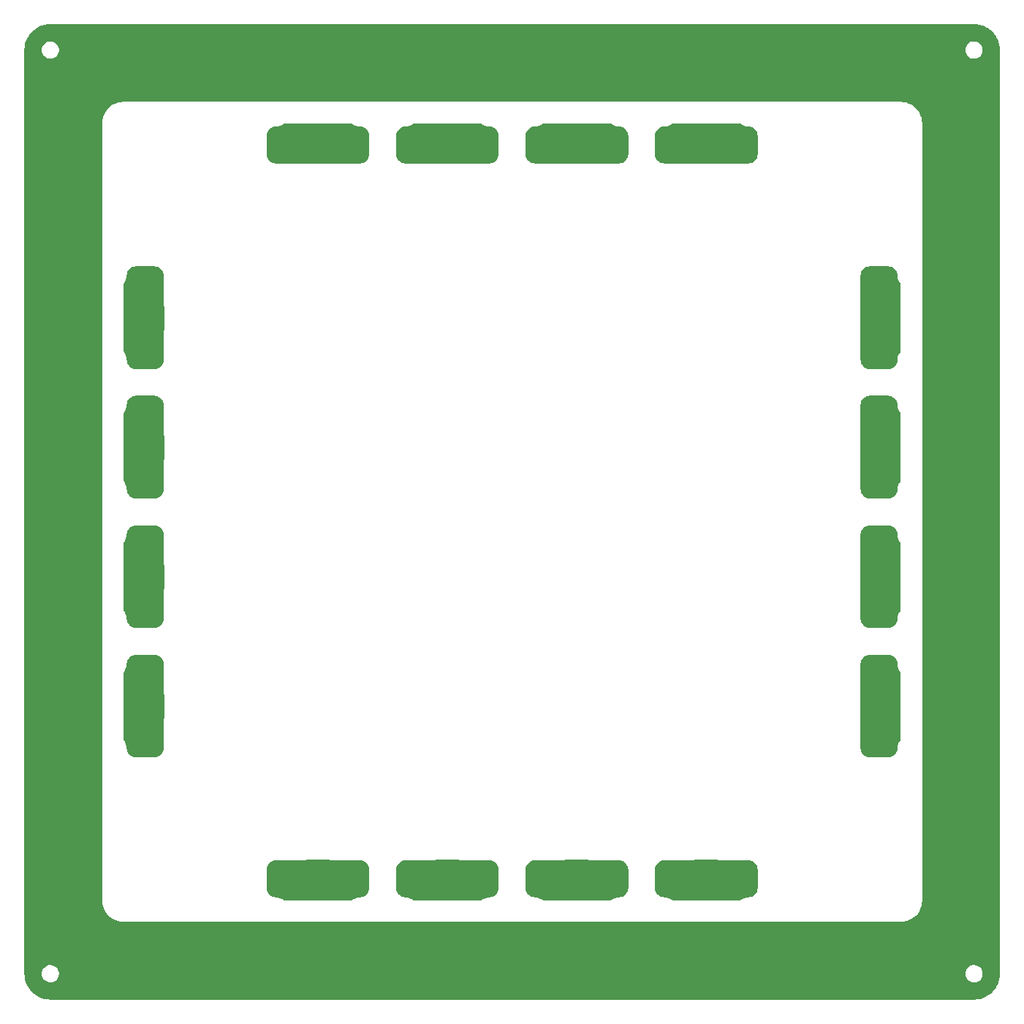
<source format=gbr>
G04 #@! TF.GenerationSoftware,KiCad,Pcbnew,7.0.7-7.0.7~ubuntu22.04.1*
G04 #@! TF.CreationDate,2023-08-15T12:14:28+01:00*
G04 #@! TF.ProjectId,LIS3DH_array,4c495333-4448-45f6-9172-7261792e6b69,rev?*
G04 #@! TF.SameCoordinates,Original*
G04 #@! TF.FileFunction,Other,ECO1*
%FSLAX46Y46*%
G04 Gerber Fmt 4.6, Leading zero omitted, Abs format (unit mm)*
G04 Created by KiCad (PCBNEW 7.0.7-7.0.7~ubuntu22.04.1) date 2023-08-15 12:14:28*
%MOMM*%
%LPD*%
G01*
G04 APERTURE LIST*
G04 APERTURE END LIST*
G36*
X148939598Y-57519685D02*
G01*
X148956541Y-57532770D01*
X148974747Y-57549529D01*
X149171774Y-57678253D01*
X149387302Y-57772792D01*
X149615451Y-57830567D01*
X149615459Y-57830569D01*
X149849999Y-57850003D01*
X150052442Y-57869941D01*
X150076283Y-57874683D01*
X150259265Y-57930190D01*
X150281723Y-57939493D01*
X150450353Y-58029627D01*
X150470565Y-58043132D01*
X150618373Y-58164436D01*
X150635561Y-58181624D01*
X150756864Y-58329431D01*
X150770369Y-58349642D01*
X150860506Y-58518275D01*
X150869809Y-58540734D01*
X150925315Y-58723713D01*
X150930057Y-58747551D01*
X150949702Y-58946969D01*
X150950001Y-58953051D01*
X150949997Y-61046951D01*
X150949698Y-61053032D01*
X150930058Y-61252442D01*
X150925316Y-61276283D01*
X150869809Y-61459265D01*
X150860506Y-61481723D01*
X150770372Y-61650353D01*
X150756867Y-61670565D01*
X150635563Y-61818373D01*
X150618375Y-61835561D01*
X150470568Y-61956864D01*
X150450357Y-61970369D01*
X150281724Y-62060506D01*
X150259265Y-62069809D01*
X150076286Y-62125315D01*
X150052446Y-62130057D01*
X149853034Y-62149698D01*
X149846953Y-62149997D01*
X146649997Y-62150002D01*
X146435393Y-62171137D01*
X146357851Y-62194660D01*
X146321855Y-62200000D01*
X143678177Y-62200000D01*
X143642182Y-62194661D01*
X143564605Y-62171128D01*
X143350005Y-62149991D01*
X140153048Y-62149996D01*
X140146968Y-62149697D01*
X139947557Y-62130058D01*
X139923716Y-62125316D01*
X139740734Y-62069809D01*
X139718276Y-62060506D01*
X139549646Y-61970372D01*
X139529434Y-61956867D01*
X139381626Y-61835563D01*
X139364438Y-61818375D01*
X139243135Y-61670568D01*
X139229630Y-61650357D01*
X139139493Y-61481724D01*
X139130190Y-61459265D01*
X139074684Y-61276286D01*
X139069942Y-61252448D01*
X139050297Y-61053030D01*
X139049998Y-61046948D01*
X139050002Y-58953048D01*
X139050301Y-58946967D01*
X139069941Y-58747557D01*
X139074683Y-58723716D01*
X139130190Y-58540734D01*
X139139493Y-58518276D01*
X139229627Y-58349648D01*
X139243131Y-58329437D01*
X139364435Y-58181626D01*
X139381624Y-58164437D01*
X139529432Y-58043134D01*
X139549643Y-58029629D01*
X139718272Y-57939494D01*
X139740731Y-57930191D01*
X139923712Y-57874684D01*
X139947553Y-57869942D01*
X140149996Y-57850003D01*
X140384540Y-57830562D01*
X140384541Y-57830562D01*
X140612692Y-57772787D01*
X140828217Y-57678250D01*
X141025249Y-57549523D01*
X141043447Y-57532771D01*
X141106101Y-57501848D01*
X141127431Y-57500000D01*
X148872559Y-57500000D01*
X148939598Y-57519685D01*
G37*
G36*
X133939598Y-57519685D02*
G01*
X133956541Y-57532770D01*
X133974747Y-57549529D01*
X134171774Y-57678253D01*
X134387302Y-57772792D01*
X134615451Y-57830567D01*
X134615459Y-57830569D01*
X134849999Y-57850003D01*
X135052442Y-57869941D01*
X135076283Y-57874683D01*
X135259265Y-57930190D01*
X135281723Y-57939493D01*
X135450353Y-58029627D01*
X135470565Y-58043132D01*
X135618373Y-58164436D01*
X135635561Y-58181624D01*
X135756864Y-58329431D01*
X135770369Y-58349642D01*
X135860506Y-58518275D01*
X135869809Y-58540734D01*
X135925315Y-58723713D01*
X135930057Y-58747553D01*
X135949698Y-58946965D01*
X135949997Y-58953046D01*
X135949997Y-61046951D01*
X135949698Y-61053032D01*
X135930058Y-61252442D01*
X135925316Y-61276283D01*
X135869809Y-61459265D01*
X135860506Y-61481723D01*
X135770372Y-61650353D01*
X135756867Y-61670565D01*
X135635563Y-61818373D01*
X135618375Y-61835561D01*
X135470568Y-61956864D01*
X135450357Y-61970369D01*
X135281724Y-62060506D01*
X135259265Y-62069809D01*
X135076286Y-62125315D01*
X135052446Y-62130057D01*
X134853034Y-62149698D01*
X134846953Y-62149997D01*
X131649997Y-62150002D01*
X131435393Y-62171137D01*
X131357851Y-62194660D01*
X131321855Y-62200000D01*
X128678177Y-62200000D01*
X128642182Y-62194661D01*
X128564605Y-62171128D01*
X128350005Y-62149991D01*
X125153048Y-62149996D01*
X125146968Y-62149697D01*
X124947557Y-62130058D01*
X124923716Y-62125316D01*
X124740734Y-62069809D01*
X124718276Y-62060506D01*
X124549646Y-61970372D01*
X124529434Y-61956867D01*
X124381626Y-61835563D01*
X124364438Y-61818375D01*
X124243135Y-61670568D01*
X124229630Y-61650357D01*
X124139493Y-61481724D01*
X124130190Y-61459265D01*
X124074684Y-61276286D01*
X124069942Y-61252446D01*
X124050301Y-61053031D01*
X124050002Y-61046950D01*
X124050002Y-58953048D01*
X124050301Y-58946967D01*
X124069941Y-58747557D01*
X124074683Y-58723716D01*
X124130190Y-58540734D01*
X124139493Y-58518276D01*
X124229627Y-58349648D01*
X124243131Y-58329437D01*
X124364435Y-58181626D01*
X124381624Y-58164437D01*
X124529432Y-58043134D01*
X124549643Y-58029629D01*
X124718272Y-57939494D01*
X124740731Y-57930191D01*
X124923712Y-57874684D01*
X124947553Y-57869942D01*
X125149996Y-57850003D01*
X125384540Y-57830562D01*
X125384541Y-57830562D01*
X125612692Y-57772787D01*
X125828217Y-57678250D01*
X126025249Y-57549523D01*
X126043447Y-57532771D01*
X126106101Y-57501848D01*
X126127431Y-57500000D01*
X133872559Y-57500000D01*
X133939598Y-57519685D01*
G37*
G36*
X118939598Y-57519685D02*
G01*
X118956541Y-57532770D01*
X118974747Y-57549529D01*
X119171774Y-57678253D01*
X119387302Y-57772792D01*
X119615451Y-57830567D01*
X119615459Y-57830569D01*
X119849999Y-57850003D01*
X120052442Y-57869941D01*
X120076283Y-57874683D01*
X120259265Y-57930190D01*
X120281723Y-57939493D01*
X120450353Y-58029627D01*
X120470565Y-58043132D01*
X120618373Y-58164436D01*
X120635561Y-58181624D01*
X120756864Y-58329431D01*
X120770369Y-58349642D01*
X120860506Y-58518275D01*
X120869809Y-58540734D01*
X120925315Y-58723713D01*
X120930057Y-58747553D01*
X120949698Y-58946965D01*
X120949997Y-58953046D01*
X120949996Y-61046951D01*
X120949697Y-61053031D01*
X120930058Y-61252442D01*
X120925316Y-61276283D01*
X120869809Y-61459265D01*
X120860506Y-61481723D01*
X120770372Y-61650353D01*
X120756867Y-61670565D01*
X120635563Y-61818373D01*
X120618375Y-61835561D01*
X120470568Y-61956864D01*
X120450357Y-61970369D01*
X120281724Y-62060506D01*
X120259265Y-62069809D01*
X120076286Y-62125315D01*
X120052446Y-62130057D01*
X119853034Y-62149698D01*
X119846953Y-62149997D01*
X116649997Y-62150002D01*
X116435393Y-62171137D01*
X116357851Y-62194660D01*
X116321855Y-62200000D01*
X113678177Y-62200000D01*
X113642182Y-62194661D01*
X113564605Y-62171128D01*
X113350005Y-62149991D01*
X110153048Y-62149996D01*
X110146968Y-62149697D01*
X109947557Y-62130058D01*
X109923716Y-62125316D01*
X109740734Y-62069809D01*
X109718276Y-62060506D01*
X109549646Y-61970372D01*
X109529434Y-61956867D01*
X109381626Y-61835563D01*
X109364438Y-61818375D01*
X109243135Y-61670568D01*
X109229630Y-61650357D01*
X109139493Y-61481724D01*
X109130190Y-61459265D01*
X109074684Y-61276286D01*
X109069942Y-61252446D01*
X109050300Y-61053031D01*
X109050001Y-61046949D01*
X109050002Y-58953048D01*
X109050301Y-58946967D01*
X109069941Y-58747557D01*
X109074683Y-58723716D01*
X109130190Y-58540734D01*
X109139493Y-58518276D01*
X109229627Y-58349648D01*
X109243131Y-58329437D01*
X109364435Y-58181626D01*
X109381624Y-58164437D01*
X109529432Y-58043134D01*
X109549643Y-58029629D01*
X109718272Y-57939494D01*
X109740731Y-57930191D01*
X109923712Y-57874684D01*
X109947553Y-57869942D01*
X110149996Y-57850003D01*
X110384540Y-57830562D01*
X110384541Y-57830562D01*
X110612692Y-57772787D01*
X110828217Y-57678250D01*
X111025249Y-57549523D01*
X111043447Y-57532771D01*
X111106101Y-57501848D01*
X111127431Y-57500000D01*
X118872559Y-57500000D01*
X118939598Y-57519685D01*
G37*
G36*
X103939598Y-57519685D02*
G01*
X103956541Y-57532770D01*
X103974747Y-57549529D01*
X104171774Y-57678253D01*
X104387302Y-57772792D01*
X104615451Y-57830567D01*
X104615459Y-57830569D01*
X104849999Y-57850003D01*
X105052442Y-57869941D01*
X105076283Y-57874683D01*
X105259265Y-57930190D01*
X105281723Y-57939493D01*
X105450353Y-58029627D01*
X105470565Y-58043132D01*
X105618373Y-58164436D01*
X105635561Y-58181624D01*
X105756864Y-58329431D01*
X105770369Y-58349642D01*
X105860506Y-58518275D01*
X105869809Y-58540734D01*
X105925315Y-58723713D01*
X105930057Y-58747551D01*
X105949702Y-58946969D01*
X105950001Y-58953051D01*
X105949997Y-61046951D01*
X105949698Y-61053032D01*
X105930058Y-61252442D01*
X105925316Y-61276283D01*
X105869809Y-61459265D01*
X105860506Y-61481723D01*
X105770372Y-61650353D01*
X105756867Y-61670565D01*
X105635563Y-61818373D01*
X105618375Y-61835561D01*
X105470568Y-61956864D01*
X105450357Y-61970369D01*
X105281724Y-62060506D01*
X105259265Y-62069809D01*
X105076286Y-62125315D01*
X105052446Y-62130057D01*
X104853034Y-62149698D01*
X104846953Y-62149997D01*
X101649997Y-62150002D01*
X101435395Y-62171139D01*
X101435393Y-62171140D01*
X101357862Y-62194660D01*
X101321866Y-62200000D01*
X98678177Y-62200000D01*
X98642182Y-62194661D01*
X98564605Y-62171128D01*
X98350005Y-62149991D01*
X95153048Y-62149996D01*
X95146968Y-62149697D01*
X94947557Y-62130058D01*
X94923716Y-62125316D01*
X94740734Y-62069809D01*
X94718276Y-62060506D01*
X94549646Y-61970372D01*
X94529434Y-61956867D01*
X94381626Y-61835563D01*
X94364438Y-61818375D01*
X94243135Y-61670568D01*
X94229630Y-61650357D01*
X94139493Y-61481724D01*
X94130190Y-61459265D01*
X94074684Y-61276286D01*
X94069942Y-61252448D01*
X94050297Y-61053030D01*
X94049998Y-61046948D01*
X94050002Y-58953048D01*
X94050301Y-58946967D01*
X94069941Y-58747557D01*
X94074683Y-58723716D01*
X94130190Y-58540734D01*
X94139493Y-58518276D01*
X94229627Y-58349648D01*
X94243131Y-58329437D01*
X94364435Y-58181626D01*
X94381624Y-58164437D01*
X94529432Y-58043134D01*
X94549643Y-58029629D01*
X94718272Y-57939494D01*
X94740731Y-57930191D01*
X94923712Y-57874684D01*
X94947553Y-57869942D01*
X95149996Y-57850003D01*
X95384540Y-57830562D01*
X95384541Y-57830562D01*
X95612692Y-57772787D01*
X95828217Y-57678250D01*
X96025249Y-57549523D01*
X96043447Y-57532771D01*
X96106101Y-57501848D01*
X96127431Y-57500000D01*
X103872559Y-57500000D01*
X103939598Y-57519685D01*
G37*
G36*
X81046951Y-74050002D02*
G01*
X81053032Y-74050301D01*
X81252442Y-74069941D01*
X81276283Y-74074683D01*
X81459265Y-74130190D01*
X81481723Y-74139493D01*
X81650353Y-74229627D01*
X81670565Y-74243132D01*
X81818373Y-74364436D01*
X81835561Y-74381624D01*
X81956864Y-74529431D01*
X81970369Y-74549642D01*
X82060506Y-74718275D01*
X82069809Y-74740734D01*
X82125315Y-74923713D01*
X82130057Y-74947553D01*
X82149698Y-75146965D01*
X82149997Y-75153046D01*
X82150002Y-78350002D01*
X82171136Y-78564605D01*
X82194660Y-78642147D01*
X82200000Y-78678144D01*
X82200000Y-81321823D01*
X82194661Y-81357818D01*
X82171128Y-81435394D01*
X82149991Y-81649994D01*
X82149996Y-84846951D01*
X82149697Y-84853031D01*
X82130058Y-85052442D01*
X82125316Y-85076283D01*
X82069809Y-85259265D01*
X82060506Y-85281723D01*
X81970372Y-85450353D01*
X81956867Y-85470565D01*
X81835563Y-85618373D01*
X81818375Y-85635561D01*
X81670568Y-85756864D01*
X81650357Y-85770369D01*
X81481724Y-85860506D01*
X81459265Y-85869809D01*
X81276286Y-85925315D01*
X81252448Y-85930057D01*
X81053030Y-85949702D01*
X81046948Y-85950001D01*
X78953048Y-85949997D01*
X78946967Y-85949698D01*
X78747557Y-85930058D01*
X78723716Y-85925316D01*
X78540734Y-85869809D01*
X78518276Y-85860506D01*
X78349648Y-85770372D01*
X78329437Y-85756868D01*
X78181626Y-85635564D01*
X78164437Y-85618375D01*
X78043134Y-85470567D01*
X78029629Y-85450356D01*
X77939494Y-85281727D01*
X77930191Y-85259268D01*
X77874684Y-85076287D01*
X77869942Y-85052446D01*
X77850003Y-84850005D01*
X77830563Y-84615461D01*
X77830563Y-84615459D01*
X77772788Y-84387309D01*
X77678249Y-84171779D01*
X77549526Y-83974753D01*
X77532769Y-83956549D01*
X77501848Y-83893894D01*
X77500000Y-83872567D01*
X77500000Y-76127439D01*
X77519685Y-76060400D01*
X77532772Y-76043455D01*
X77549521Y-76025261D01*
X77549529Y-76025250D01*
X77678252Y-75828226D01*
X77772792Y-75612697D01*
X77830568Y-75384543D01*
X77850003Y-75150001D01*
X77869941Y-74947557D01*
X77874683Y-74923716D01*
X77930190Y-74740734D01*
X77939493Y-74718276D01*
X78029627Y-74549646D01*
X78043132Y-74529434D01*
X78164436Y-74381626D01*
X78181624Y-74364438D01*
X78329431Y-74243135D01*
X78349642Y-74229630D01*
X78518275Y-74139493D01*
X78540734Y-74130190D01*
X78723713Y-74074684D01*
X78747553Y-74069942D01*
X78946968Y-74050300D01*
X78953050Y-74050001D01*
X81046951Y-74050002D01*
G37*
G36*
X166053031Y-74050302D02*
G01*
X166252442Y-74069941D01*
X166276283Y-74074683D01*
X166459265Y-74130190D01*
X166481723Y-74139493D01*
X166650351Y-74229627D01*
X166670562Y-74243131D01*
X166818373Y-74364435D01*
X166835562Y-74381624D01*
X166956865Y-74529432D01*
X166970370Y-74549643D01*
X167060505Y-74718272D01*
X167069808Y-74740731D01*
X167125315Y-74923712D01*
X167130057Y-74947550D01*
X167150001Y-75149998D01*
X167169435Y-75384541D01*
X167227211Y-75612695D01*
X167321751Y-75828224D01*
X167450474Y-76025248D01*
X167450477Y-76025252D01*
X167467227Y-76043446D01*
X167498151Y-76106100D01*
X167500000Y-76127432D01*
X167500000Y-83872566D01*
X167480315Y-83939605D01*
X167467231Y-83956548D01*
X167450476Y-83974748D01*
X167321749Y-84171780D01*
X167227211Y-84387304D01*
X167169435Y-84615456D01*
X167169435Y-84615457D01*
X167149997Y-84850000D01*
X167130058Y-85052442D01*
X167125316Y-85076283D01*
X167069809Y-85259265D01*
X167060506Y-85281723D01*
X166970372Y-85450353D01*
X166956867Y-85470565D01*
X166835563Y-85618373D01*
X166818375Y-85635561D01*
X166670568Y-85756864D01*
X166650357Y-85770369D01*
X166481724Y-85860506D01*
X166459265Y-85869809D01*
X166276281Y-85925316D01*
X166252446Y-85930057D01*
X166053036Y-85949707D01*
X166046952Y-85950006D01*
X163953048Y-85949997D01*
X163946967Y-85949698D01*
X163747557Y-85930058D01*
X163723716Y-85925316D01*
X163540734Y-85869809D01*
X163518276Y-85860506D01*
X163349646Y-85770372D01*
X163329434Y-85756867D01*
X163181626Y-85635563D01*
X163164438Y-85618375D01*
X163043135Y-85470568D01*
X163029630Y-85450357D01*
X162939493Y-85281724D01*
X162930190Y-85259265D01*
X162874684Y-85076286D01*
X162869942Y-85052446D01*
X162850301Y-84853034D01*
X162850002Y-84846953D01*
X162849997Y-81649997D01*
X162828862Y-81435393D01*
X162805340Y-81357851D01*
X162800000Y-81321855D01*
X162800000Y-78678176D01*
X162805339Y-78642181D01*
X162828871Y-78564605D01*
X162850008Y-78350005D01*
X162850003Y-75153048D01*
X162850302Y-75146968D01*
X162869941Y-74947557D01*
X162874683Y-74923716D01*
X162930190Y-74740734D01*
X162939493Y-74718276D01*
X163029627Y-74549646D01*
X163043132Y-74529434D01*
X163164436Y-74381626D01*
X163181624Y-74364438D01*
X163329431Y-74243135D01*
X163349642Y-74229630D01*
X163518275Y-74139493D01*
X163540734Y-74130190D01*
X163723713Y-74074684D01*
X163747554Y-74069942D01*
X163946966Y-74050302D01*
X163953047Y-74050003D01*
X166046951Y-74050003D01*
X166053031Y-74050302D01*
G37*
G36*
X81053032Y-89050301D02*
G01*
X81252442Y-89069941D01*
X81276283Y-89074683D01*
X81459265Y-89130190D01*
X81481723Y-89139493D01*
X81650353Y-89229627D01*
X81670565Y-89243132D01*
X81818373Y-89364436D01*
X81835561Y-89381624D01*
X81956864Y-89529431D01*
X81970369Y-89549642D01*
X82060506Y-89718275D01*
X82069809Y-89740734D01*
X82125315Y-89923713D01*
X82130057Y-89947553D01*
X82149698Y-90146965D01*
X82149997Y-90153046D01*
X82150002Y-93350002D01*
X82171136Y-93564605D01*
X82194660Y-93642147D01*
X82200000Y-93678144D01*
X82200000Y-96321823D01*
X82194661Y-96357818D01*
X82171128Y-96435394D01*
X82149991Y-96649994D01*
X82149996Y-99846951D01*
X82149697Y-99853031D01*
X82130058Y-100052442D01*
X82125316Y-100076283D01*
X82069809Y-100259265D01*
X82060506Y-100281723D01*
X81970372Y-100450353D01*
X81956867Y-100470565D01*
X81835563Y-100618373D01*
X81818375Y-100635561D01*
X81670568Y-100756864D01*
X81650357Y-100770369D01*
X81481724Y-100860506D01*
X81459265Y-100869809D01*
X81276286Y-100925315D01*
X81252446Y-100930057D01*
X81053034Y-100949698D01*
X81046953Y-100949997D01*
X78953049Y-100949997D01*
X78946968Y-100949698D01*
X78747557Y-100930058D01*
X78723716Y-100925316D01*
X78540734Y-100869809D01*
X78518276Y-100860506D01*
X78349648Y-100770372D01*
X78329437Y-100756868D01*
X78181626Y-100635564D01*
X78164437Y-100618375D01*
X78043134Y-100470567D01*
X78029629Y-100450356D01*
X77939494Y-100281727D01*
X77930191Y-100259268D01*
X77874684Y-100076287D01*
X77869942Y-100052446D01*
X77850003Y-99850004D01*
X77830568Y-99615460D01*
X77772792Y-99387306D01*
X77678254Y-99171782D01*
X77549527Y-98974751D01*
X77532768Y-98956544D01*
X77501847Y-98893889D01*
X77500000Y-98872564D01*
X77500000Y-91127439D01*
X77519685Y-91060400D01*
X77532772Y-91043455D01*
X77549521Y-91025261D01*
X77549529Y-91025250D01*
X77678252Y-90828226D01*
X77772792Y-90612697D01*
X77830568Y-90384543D01*
X77850003Y-90150001D01*
X77869941Y-89947557D01*
X77874683Y-89923716D01*
X77930190Y-89740734D01*
X77939493Y-89718276D01*
X78029627Y-89549646D01*
X78043132Y-89529434D01*
X78164436Y-89381626D01*
X78181624Y-89364438D01*
X78329431Y-89243135D01*
X78349642Y-89229630D01*
X78518275Y-89139493D01*
X78540734Y-89130190D01*
X78723713Y-89074684D01*
X78747553Y-89069942D01*
X78946968Y-89050301D01*
X78953049Y-89050002D01*
X81046951Y-89050002D01*
X81053032Y-89050301D01*
G37*
G36*
X166053031Y-89050302D02*
G01*
X166252442Y-89069941D01*
X166276283Y-89074683D01*
X166459265Y-89130190D01*
X166481723Y-89139493D01*
X166650351Y-89229627D01*
X166670562Y-89243131D01*
X166818373Y-89364435D01*
X166835562Y-89381624D01*
X166956865Y-89529432D01*
X166970370Y-89549643D01*
X167060505Y-89718272D01*
X167069808Y-89740731D01*
X167125315Y-89923712D01*
X167130057Y-89947550D01*
X167150001Y-90149998D01*
X167169435Y-90384541D01*
X167227211Y-90612695D01*
X167321751Y-90828224D01*
X167450474Y-91025248D01*
X167450477Y-91025252D01*
X167467227Y-91043446D01*
X167498151Y-91106100D01*
X167500000Y-91127432D01*
X167500000Y-98872564D01*
X167480315Y-98939603D01*
X167467230Y-98956546D01*
X167450475Y-98974746D01*
X167450473Y-98974748D01*
X167321749Y-99171777D01*
X167227210Y-99387307D01*
X167169435Y-99615457D01*
X167169435Y-99615459D01*
X167149997Y-99850000D01*
X167130058Y-100052442D01*
X167125316Y-100076283D01*
X167069809Y-100259265D01*
X167060506Y-100281723D01*
X166970372Y-100450353D01*
X166956867Y-100470565D01*
X166835563Y-100618373D01*
X166818375Y-100635561D01*
X166670568Y-100756864D01*
X166650357Y-100770369D01*
X166481724Y-100860506D01*
X166459265Y-100869809D01*
X166276281Y-100925316D01*
X166252446Y-100930057D01*
X166053036Y-100949707D01*
X166046952Y-100950006D01*
X163953048Y-100949997D01*
X163946967Y-100949698D01*
X163747557Y-100930058D01*
X163723716Y-100925316D01*
X163540734Y-100869809D01*
X163518276Y-100860506D01*
X163349646Y-100770372D01*
X163329434Y-100756867D01*
X163181626Y-100635563D01*
X163164438Y-100618375D01*
X163043135Y-100470568D01*
X163029630Y-100450357D01*
X162939493Y-100281724D01*
X162930190Y-100259265D01*
X162874684Y-100076286D01*
X162869942Y-100052446D01*
X162850301Y-99853034D01*
X162850002Y-99846953D01*
X162849997Y-96649997D01*
X162828862Y-96435393D01*
X162805340Y-96357851D01*
X162800000Y-96321855D01*
X162800000Y-93678176D01*
X162805339Y-93642181D01*
X162828871Y-93564605D01*
X162850008Y-93350005D01*
X162850003Y-90153048D01*
X162850302Y-90146968D01*
X162869941Y-89947557D01*
X162874683Y-89923716D01*
X162930190Y-89740734D01*
X162939493Y-89718276D01*
X163029627Y-89549646D01*
X163043132Y-89529434D01*
X163164436Y-89381626D01*
X163181624Y-89364438D01*
X163329431Y-89243135D01*
X163349642Y-89229630D01*
X163518275Y-89139493D01*
X163540734Y-89130190D01*
X163723713Y-89074684D01*
X163747554Y-89069942D01*
X163946966Y-89050302D01*
X163953047Y-89050003D01*
X166046951Y-89050003D01*
X166053031Y-89050302D01*
G37*
G36*
X166053031Y-104050302D02*
G01*
X166252442Y-104069941D01*
X166276283Y-104074683D01*
X166459265Y-104130190D01*
X166481723Y-104139493D01*
X166650351Y-104229627D01*
X166670562Y-104243131D01*
X166818373Y-104364435D01*
X166835562Y-104381624D01*
X166956865Y-104529432D01*
X166970370Y-104549643D01*
X167060505Y-104718272D01*
X167069808Y-104740731D01*
X167125315Y-104923712D01*
X167130057Y-104947550D01*
X167150001Y-105149998D01*
X167169435Y-105384541D01*
X167227211Y-105612695D01*
X167321751Y-105828224D01*
X167450474Y-106025248D01*
X167450477Y-106025252D01*
X167467227Y-106043446D01*
X167498151Y-106106100D01*
X167500000Y-106127432D01*
X167500000Y-113872566D01*
X167480315Y-113939605D01*
X167467231Y-113956548D01*
X167450476Y-113974748D01*
X167321749Y-114171780D01*
X167227211Y-114387304D01*
X167169435Y-114615456D01*
X167169435Y-114615457D01*
X167149997Y-114850000D01*
X167130058Y-115052442D01*
X167125316Y-115076283D01*
X167069809Y-115259265D01*
X167060506Y-115281723D01*
X166970372Y-115450353D01*
X166956867Y-115470565D01*
X166835563Y-115618373D01*
X166818375Y-115635561D01*
X166670568Y-115756864D01*
X166650357Y-115770369D01*
X166481724Y-115860506D01*
X166459265Y-115869809D01*
X166276286Y-115925315D01*
X166252446Y-115930057D01*
X166053031Y-115949698D01*
X166046950Y-115949997D01*
X163953048Y-115949997D01*
X163946967Y-115949698D01*
X163747557Y-115930058D01*
X163723716Y-115925316D01*
X163540734Y-115869809D01*
X163518276Y-115860506D01*
X163349646Y-115770372D01*
X163329434Y-115756867D01*
X163181626Y-115635563D01*
X163164438Y-115618375D01*
X163043135Y-115470568D01*
X163029630Y-115450357D01*
X162939493Y-115281724D01*
X162930190Y-115259265D01*
X162874684Y-115076286D01*
X162869942Y-115052446D01*
X162850301Y-114853034D01*
X162850002Y-114846953D01*
X162849997Y-111649997D01*
X162828862Y-111435393D01*
X162805340Y-111357851D01*
X162800000Y-111321855D01*
X162800000Y-108678176D01*
X162805339Y-108642181D01*
X162828871Y-108564605D01*
X162850008Y-108350005D01*
X162850003Y-105153048D01*
X162850302Y-105146968D01*
X162869941Y-104947557D01*
X162874683Y-104923716D01*
X162930190Y-104740734D01*
X162939493Y-104718276D01*
X163029627Y-104549646D01*
X163043132Y-104529434D01*
X163164436Y-104381626D01*
X163181624Y-104364438D01*
X163329431Y-104243135D01*
X163349642Y-104229630D01*
X163518275Y-104139493D01*
X163540734Y-104130190D01*
X163723713Y-104074684D01*
X163747554Y-104069942D01*
X163946966Y-104050302D01*
X163953047Y-104050003D01*
X166046951Y-104050003D01*
X166053031Y-104050302D01*
G37*
G36*
X81046951Y-104050002D02*
G01*
X81053032Y-104050301D01*
X81252442Y-104069941D01*
X81276283Y-104074683D01*
X81459265Y-104130190D01*
X81481723Y-104139493D01*
X81650353Y-104229627D01*
X81670565Y-104243132D01*
X81818373Y-104364436D01*
X81835561Y-104381624D01*
X81956864Y-104529431D01*
X81970369Y-104549642D01*
X82060506Y-104718275D01*
X82069809Y-104740734D01*
X82125315Y-104923713D01*
X82130057Y-104947553D01*
X82149698Y-105146965D01*
X82149997Y-105153046D01*
X82150002Y-108350002D01*
X82171136Y-108564605D01*
X82194660Y-108642147D01*
X82200000Y-108678144D01*
X82200000Y-111321823D01*
X82194661Y-111357818D01*
X82171128Y-111435394D01*
X82149991Y-111649994D01*
X82149996Y-114846951D01*
X82149697Y-114853031D01*
X82130058Y-115052442D01*
X82125316Y-115076283D01*
X82069809Y-115259265D01*
X82060506Y-115281723D01*
X81970372Y-115450353D01*
X81956867Y-115470565D01*
X81835563Y-115618373D01*
X81818375Y-115635561D01*
X81670568Y-115756864D01*
X81650357Y-115770369D01*
X81481724Y-115860506D01*
X81459265Y-115869809D01*
X81276286Y-115925315D01*
X81252446Y-115930057D01*
X81053034Y-115949698D01*
X81046953Y-115949997D01*
X78953049Y-115949997D01*
X78946968Y-115949698D01*
X78747557Y-115930058D01*
X78723716Y-115925316D01*
X78540734Y-115869809D01*
X78518276Y-115860506D01*
X78349648Y-115770372D01*
X78329437Y-115756868D01*
X78181626Y-115635564D01*
X78164437Y-115618375D01*
X78043134Y-115470567D01*
X78029629Y-115450356D01*
X77939494Y-115281727D01*
X77930191Y-115259268D01*
X77874684Y-115076287D01*
X77869942Y-115052446D01*
X77850003Y-114850004D01*
X77830568Y-114615460D01*
X77772792Y-114387306D01*
X77678254Y-114171782D01*
X77549527Y-113974751D01*
X77532768Y-113956544D01*
X77501847Y-113893889D01*
X77500000Y-113872564D01*
X77500000Y-106127440D01*
X77519685Y-106060401D01*
X77532772Y-106043456D01*
X77549521Y-106025262D01*
X77549529Y-106025251D01*
X77678252Y-105828227D01*
X77772792Y-105612697D01*
X77830568Y-105384543D01*
X77850003Y-105150001D01*
X77869941Y-104947557D01*
X77874683Y-104923716D01*
X77930190Y-104740734D01*
X77939493Y-104718276D01*
X78029627Y-104549646D01*
X78043132Y-104529434D01*
X78164436Y-104381626D01*
X78181624Y-104364438D01*
X78329431Y-104243135D01*
X78349642Y-104229630D01*
X78518275Y-104139493D01*
X78540734Y-104130190D01*
X78723718Y-104074683D01*
X78747553Y-104069942D01*
X78946963Y-104050292D01*
X78953047Y-104049993D01*
X81046951Y-104050002D01*
G37*
G36*
X166046951Y-119050002D02*
G01*
X166053032Y-119050301D01*
X166252442Y-119069941D01*
X166276283Y-119074683D01*
X166459265Y-119130190D01*
X166481723Y-119139493D01*
X166650351Y-119229627D01*
X166670562Y-119243131D01*
X166818373Y-119364435D01*
X166835562Y-119381624D01*
X166956865Y-119529432D01*
X166970370Y-119549643D01*
X167060505Y-119718272D01*
X167069808Y-119740731D01*
X167125315Y-119923712D01*
X167130057Y-119947550D01*
X167150001Y-120149996D01*
X167169434Y-120384547D01*
X167169434Y-120384548D01*
X167227208Y-120612693D01*
X167321748Y-120828225D01*
X167450471Y-121025249D01*
X167450474Y-121025253D01*
X167467229Y-121043453D01*
X167498152Y-121106107D01*
X167500000Y-121127437D01*
X167500000Y-128872566D01*
X167480315Y-128939605D01*
X167467231Y-128956548D01*
X167450476Y-128974748D01*
X167321749Y-129171780D01*
X167227211Y-129387304D01*
X167169435Y-129615456D01*
X167169435Y-129615457D01*
X167149997Y-129850000D01*
X167130058Y-130052442D01*
X167125316Y-130076283D01*
X167069809Y-130259265D01*
X167060506Y-130281723D01*
X166970372Y-130450353D01*
X166956867Y-130470565D01*
X166835563Y-130618373D01*
X166818375Y-130635561D01*
X166670568Y-130756864D01*
X166650357Y-130770369D01*
X166481724Y-130860506D01*
X166459265Y-130869809D01*
X166276286Y-130925315D01*
X166252446Y-130930057D01*
X166053034Y-130949698D01*
X166046953Y-130949997D01*
X163953049Y-130949997D01*
X163946968Y-130949698D01*
X163747557Y-130930058D01*
X163723716Y-130925316D01*
X163540734Y-130869809D01*
X163518276Y-130860506D01*
X163349646Y-130770372D01*
X163329434Y-130756867D01*
X163181626Y-130635563D01*
X163164438Y-130618375D01*
X163043135Y-130470568D01*
X163029630Y-130450357D01*
X162939493Y-130281724D01*
X162930190Y-130259265D01*
X162874684Y-130076286D01*
X162869942Y-130052446D01*
X162850301Y-129853034D01*
X162850002Y-129846953D01*
X162849997Y-126649997D01*
X162828862Y-126435393D01*
X162805340Y-126357851D01*
X162800000Y-126321855D01*
X162800000Y-123678176D01*
X162805339Y-123642181D01*
X162828871Y-123564605D01*
X162850008Y-123350005D01*
X162850003Y-120153048D01*
X162850302Y-120146968D01*
X162869941Y-119947557D01*
X162874683Y-119923716D01*
X162930190Y-119740734D01*
X162939493Y-119718276D01*
X163029627Y-119549646D01*
X163043132Y-119529434D01*
X163164436Y-119381626D01*
X163181624Y-119364438D01*
X163329431Y-119243135D01*
X163349642Y-119229630D01*
X163518275Y-119139493D01*
X163540734Y-119130190D01*
X163723713Y-119074684D01*
X163747551Y-119069942D01*
X163946969Y-119050297D01*
X163953051Y-119049998D01*
X166046951Y-119050002D01*
G37*
G36*
X81053031Y-119050302D02*
G01*
X81252442Y-119069941D01*
X81276283Y-119074683D01*
X81459265Y-119130190D01*
X81481723Y-119139493D01*
X81650353Y-119229627D01*
X81670565Y-119243132D01*
X81818373Y-119364436D01*
X81835561Y-119381624D01*
X81956864Y-119529431D01*
X81970369Y-119549642D01*
X82060506Y-119718275D01*
X82069809Y-119740734D01*
X82125315Y-119923713D01*
X82130057Y-119947553D01*
X82149698Y-120146965D01*
X82149997Y-120153046D01*
X82150002Y-123350002D01*
X82171136Y-123564605D01*
X82194660Y-123642147D01*
X82200000Y-123678144D01*
X82200000Y-126321823D01*
X82194661Y-126357818D01*
X82171128Y-126435394D01*
X82149991Y-126649994D01*
X82149996Y-129846951D01*
X82149697Y-129853031D01*
X82130058Y-130052442D01*
X82125316Y-130076283D01*
X82069809Y-130259265D01*
X82060506Y-130281723D01*
X81970372Y-130450353D01*
X81956867Y-130470565D01*
X81835563Y-130618373D01*
X81818375Y-130635561D01*
X81670568Y-130756864D01*
X81650357Y-130770369D01*
X81481724Y-130860506D01*
X81459265Y-130869809D01*
X81276286Y-130925315D01*
X81252446Y-130930057D01*
X81053031Y-130949698D01*
X81046950Y-130949997D01*
X78953048Y-130949997D01*
X78946967Y-130949698D01*
X78747557Y-130930058D01*
X78723716Y-130925316D01*
X78540734Y-130869809D01*
X78518276Y-130860506D01*
X78349648Y-130770372D01*
X78329437Y-130756868D01*
X78181626Y-130635564D01*
X78164437Y-130618375D01*
X78043134Y-130470567D01*
X78029629Y-130450356D01*
X77939494Y-130281727D01*
X77930191Y-130259268D01*
X77874684Y-130076287D01*
X77869942Y-130052446D01*
X77850003Y-129850004D01*
X77830568Y-129615460D01*
X77772792Y-129387306D01*
X77678254Y-129171782D01*
X77549527Y-128974751D01*
X77532768Y-128956544D01*
X77501847Y-128893889D01*
X77500000Y-128872564D01*
X77500000Y-121127439D01*
X77519685Y-121060400D01*
X77532772Y-121043455D01*
X77549521Y-121025261D01*
X77549529Y-121025250D01*
X77678252Y-120828226D01*
X77772792Y-120612697D01*
X77830568Y-120384543D01*
X77850003Y-120150001D01*
X77869941Y-119947557D01*
X77874683Y-119923716D01*
X77930190Y-119740734D01*
X77939493Y-119718276D01*
X78029627Y-119549646D01*
X78043132Y-119529434D01*
X78164436Y-119381626D01*
X78181624Y-119364438D01*
X78329431Y-119243135D01*
X78349642Y-119229630D01*
X78518275Y-119139493D01*
X78540734Y-119130190D01*
X78723713Y-119074684D01*
X78747554Y-119069942D01*
X78946966Y-119050302D01*
X78953047Y-119050003D01*
X81046951Y-119050003D01*
X81053031Y-119050302D01*
G37*
G36*
X146357818Y-142805339D02*
G01*
X146435394Y-142828871D01*
X146649994Y-142850008D01*
X149846951Y-142850003D01*
X149853031Y-142850302D01*
X150052442Y-142869941D01*
X150076283Y-142874683D01*
X150259265Y-142930190D01*
X150281723Y-142939493D01*
X150450353Y-143029627D01*
X150470565Y-143043132D01*
X150618373Y-143164436D01*
X150635561Y-143181624D01*
X150756864Y-143329431D01*
X150770369Y-143349642D01*
X150860506Y-143518275D01*
X150869809Y-143540734D01*
X150925315Y-143723713D01*
X150930057Y-143747553D01*
X150949698Y-143946965D01*
X150949997Y-143953046D01*
X150949997Y-146046951D01*
X150949698Y-146053032D01*
X150930058Y-146252442D01*
X150925316Y-146276283D01*
X150869809Y-146459265D01*
X150860506Y-146481723D01*
X150770372Y-146650351D01*
X150756868Y-146670562D01*
X150635564Y-146818373D01*
X150618375Y-146835562D01*
X150470567Y-146956865D01*
X150450356Y-146970370D01*
X150281727Y-147060505D01*
X150259268Y-147069808D01*
X150076287Y-147125315D01*
X150052447Y-147130057D01*
X149850004Y-147149997D01*
X149615459Y-147169437D01*
X149615458Y-147169437D01*
X149387307Y-147227212D01*
X149171782Y-147321749D01*
X148974750Y-147450476D01*
X148956553Y-147467229D01*
X148893899Y-147498152D01*
X148872569Y-147500000D01*
X141127441Y-147500000D01*
X141060402Y-147480315D01*
X141043459Y-147467230D01*
X141025252Y-147450470D01*
X140828225Y-147321746D01*
X140612697Y-147227207D01*
X140384548Y-147169432D01*
X140384540Y-147169430D01*
X140150000Y-147149997D01*
X139947557Y-147130058D01*
X139923716Y-147125316D01*
X139740734Y-147069809D01*
X139718276Y-147060506D01*
X139549646Y-146970372D01*
X139529434Y-146956867D01*
X139381626Y-146835563D01*
X139364438Y-146818375D01*
X139243135Y-146670568D01*
X139229630Y-146650357D01*
X139139493Y-146481724D01*
X139130190Y-146459265D01*
X139074683Y-146276281D01*
X139069942Y-146252446D01*
X139050292Y-146053036D01*
X139049993Y-146046952D01*
X139050002Y-143953048D01*
X139050301Y-143946967D01*
X139069941Y-143747557D01*
X139074683Y-143723716D01*
X139130190Y-143540734D01*
X139139493Y-143518276D01*
X139229627Y-143349646D01*
X139243132Y-143329434D01*
X139364436Y-143181626D01*
X139381624Y-143164438D01*
X139529431Y-143043135D01*
X139549642Y-143029630D01*
X139718275Y-142939493D01*
X139740734Y-142930190D01*
X139923713Y-142874684D01*
X139947553Y-142869942D01*
X140146965Y-142850301D01*
X140153046Y-142850002D01*
X143350002Y-142849997D01*
X143564606Y-142828862D01*
X143642149Y-142805340D01*
X143678145Y-142800000D01*
X146321823Y-142800000D01*
X146357818Y-142805339D01*
G37*
G36*
X131357818Y-142805339D02*
G01*
X131435394Y-142828871D01*
X131649994Y-142850008D01*
X134846951Y-142850003D01*
X134853031Y-142850302D01*
X135052442Y-142869941D01*
X135076283Y-142874683D01*
X135259265Y-142930190D01*
X135281723Y-142939493D01*
X135450353Y-143029627D01*
X135470565Y-143043132D01*
X135618373Y-143164436D01*
X135635561Y-143181624D01*
X135756864Y-143329431D01*
X135770369Y-143349642D01*
X135860506Y-143518275D01*
X135869809Y-143540734D01*
X135925315Y-143723713D01*
X135930057Y-143747553D01*
X135949698Y-143946965D01*
X135949997Y-143953046D01*
X135949997Y-146046951D01*
X135949698Y-146053032D01*
X135930058Y-146252442D01*
X135925316Y-146276283D01*
X135869809Y-146459265D01*
X135860506Y-146481723D01*
X135770372Y-146650351D01*
X135756868Y-146670562D01*
X135635564Y-146818373D01*
X135618375Y-146835562D01*
X135470567Y-146956865D01*
X135450356Y-146970370D01*
X135281727Y-147060505D01*
X135259268Y-147069808D01*
X135076287Y-147125315D01*
X135052447Y-147130057D01*
X134850004Y-147149997D01*
X134615459Y-147169437D01*
X134615458Y-147169437D01*
X134387307Y-147227212D01*
X134171782Y-147321749D01*
X133974750Y-147450476D01*
X133956553Y-147467229D01*
X133893899Y-147498152D01*
X133872569Y-147500000D01*
X126127440Y-147500000D01*
X126060401Y-147480315D01*
X126043458Y-147467230D01*
X126025253Y-147450472D01*
X125828222Y-147321745D01*
X125612697Y-147227207D01*
X125384543Y-147169431D01*
X125150000Y-147149997D01*
X124947557Y-147130058D01*
X124923716Y-147125316D01*
X124740734Y-147069809D01*
X124718276Y-147060506D01*
X124549646Y-146970372D01*
X124529434Y-146956867D01*
X124381626Y-146835563D01*
X124364438Y-146818375D01*
X124243135Y-146670568D01*
X124229630Y-146650357D01*
X124139493Y-146481724D01*
X124130190Y-146459265D01*
X124074683Y-146276281D01*
X124069942Y-146252446D01*
X124050292Y-146053036D01*
X124049993Y-146046952D01*
X124050002Y-143953048D01*
X124050301Y-143946967D01*
X124069941Y-143747557D01*
X124074683Y-143723716D01*
X124130190Y-143540734D01*
X124139493Y-143518276D01*
X124229627Y-143349646D01*
X124243132Y-143329434D01*
X124364436Y-143181626D01*
X124381624Y-143164438D01*
X124529431Y-143043135D01*
X124549642Y-143029630D01*
X124718275Y-142939493D01*
X124740734Y-142930190D01*
X124923713Y-142874684D01*
X124947553Y-142869942D01*
X125146965Y-142850301D01*
X125153046Y-142850002D01*
X128350002Y-142849997D01*
X128564606Y-142828862D01*
X128642149Y-142805340D01*
X128678145Y-142800000D01*
X131321823Y-142800000D01*
X131357818Y-142805339D01*
G37*
G36*
X116357818Y-142805339D02*
G01*
X116435394Y-142828871D01*
X116649994Y-142850008D01*
X119846951Y-142850003D01*
X119853031Y-142850302D01*
X120052442Y-142869941D01*
X120076283Y-142874683D01*
X120259265Y-142930190D01*
X120281723Y-142939493D01*
X120450353Y-143029627D01*
X120470565Y-143043132D01*
X120618373Y-143164436D01*
X120635561Y-143181624D01*
X120756864Y-143329431D01*
X120770369Y-143349642D01*
X120860506Y-143518275D01*
X120869809Y-143540734D01*
X120925315Y-143723713D01*
X120930057Y-143747553D01*
X120949698Y-143946965D01*
X120949997Y-143953046D01*
X120949996Y-146046951D01*
X120949697Y-146053031D01*
X120930058Y-146252442D01*
X120925316Y-146276283D01*
X120869809Y-146459265D01*
X120860506Y-146481723D01*
X120770372Y-146650351D01*
X120756868Y-146670562D01*
X120635564Y-146818373D01*
X120618375Y-146835562D01*
X120470567Y-146956865D01*
X120450356Y-146970370D01*
X120281727Y-147060505D01*
X120259268Y-147069808D01*
X120076287Y-147125315D01*
X120052447Y-147130057D01*
X119850004Y-147149997D01*
X119615459Y-147169437D01*
X119615458Y-147169437D01*
X119387307Y-147227212D01*
X119171782Y-147321749D01*
X118974750Y-147450476D01*
X118956553Y-147467229D01*
X118893899Y-147498152D01*
X118872569Y-147500000D01*
X111127441Y-147500000D01*
X111060402Y-147480315D01*
X111043459Y-147467230D01*
X111025252Y-147450470D01*
X110828225Y-147321746D01*
X110612697Y-147227207D01*
X110384548Y-147169432D01*
X110384540Y-147169430D01*
X110150000Y-147149997D01*
X109947557Y-147130058D01*
X109923716Y-147125316D01*
X109740734Y-147069809D01*
X109718276Y-147060506D01*
X109549646Y-146970372D01*
X109529434Y-146956867D01*
X109381626Y-146835563D01*
X109364438Y-146818375D01*
X109243135Y-146670568D01*
X109229630Y-146650357D01*
X109139493Y-146481724D01*
X109130190Y-146459265D01*
X109074684Y-146276286D01*
X109069942Y-146252445D01*
X109050301Y-146053027D01*
X109050002Y-146046946D01*
X109050002Y-143953048D01*
X109050301Y-143946967D01*
X109069941Y-143747557D01*
X109074683Y-143723716D01*
X109130190Y-143540734D01*
X109139493Y-143518276D01*
X109229627Y-143349646D01*
X109243132Y-143329434D01*
X109364436Y-143181626D01*
X109381624Y-143164438D01*
X109529431Y-143043135D01*
X109549642Y-143029630D01*
X109718275Y-142939493D01*
X109740734Y-142930190D01*
X109923713Y-142874684D01*
X109947553Y-142869942D01*
X110146965Y-142850301D01*
X110153046Y-142850002D01*
X113350002Y-142849997D01*
X113564606Y-142828862D01*
X113642149Y-142805340D01*
X113678145Y-142800000D01*
X116321823Y-142800000D01*
X116357818Y-142805339D01*
G37*
G36*
X101357818Y-142805339D02*
G01*
X101435394Y-142828871D01*
X101649994Y-142850008D01*
X104846951Y-142850003D01*
X104853031Y-142850302D01*
X105052442Y-142869941D01*
X105076283Y-142874683D01*
X105259265Y-142930190D01*
X105281723Y-142939493D01*
X105450353Y-143029627D01*
X105470565Y-143043132D01*
X105618373Y-143164436D01*
X105635561Y-143181624D01*
X105756864Y-143329431D01*
X105770369Y-143349642D01*
X105860506Y-143518275D01*
X105869809Y-143540734D01*
X105925315Y-143723713D01*
X105930057Y-143747551D01*
X105949702Y-143946969D01*
X105950001Y-143953051D01*
X105949997Y-146046951D01*
X105949698Y-146053032D01*
X105930058Y-146252442D01*
X105925316Y-146276283D01*
X105869809Y-146459265D01*
X105860506Y-146481723D01*
X105770372Y-146650351D01*
X105756868Y-146670562D01*
X105635564Y-146818373D01*
X105618375Y-146835562D01*
X105470567Y-146956865D01*
X105450356Y-146970370D01*
X105281727Y-147060505D01*
X105259268Y-147069808D01*
X105076287Y-147125315D01*
X105052447Y-147130057D01*
X104850005Y-147149997D01*
X104615461Y-147169436D01*
X104615459Y-147169436D01*
X104387309Y-147227211D01*
X104171779Y-147321750D01*
X103974753Y-147450473D01*
X103956552Y-147467229D01*
X103893898Y-147498152D01*
X103872568Y-147500000D01*
X96127441Y-147500000D01*
X96060402Y-147480315D01*
X96043459Y-147467230D01*
X96025252Y-147450470D01*
X95828225Y-147321746D01*
X95612697Y-147227207D01*
X95384548Y-147169432D01*
X95384540Y-147169430D01*
X95150000Y-147149997D01*
X94947557Y-147130058D01*
X94923716Y-147125316D01*
X94740734Y-147069809D01*
X94718276Y-147060506D01*
X94549646Y-146970372D01*
X94529434Y-146956867D01*
X94381626Y-146835563D01*
X94364438Y-146818375D01*
X94243135Y-146670568D01*
X94229630Y-146650357D01*
X94139493Y-146481724D01*
X94130190Y-146459265D01*
X94074684Y-146276286D01*
X94069942Y-146252446D01*
X94050301Y-146053031D01*
X94050002Y-146046950D01*
X94050002Y-143953048D01*
X94050301Y-143946967D01*
X94069941Y-143747557D01*
X94074683Y-143723716D01*
X94130190Y-143540734D01*
X94139493Y-143518276D01*
X94229627Y-143349646D01*
X94243132Y-143329434D01*
X94364436Y-143181626D01*
X94381624Y-143164438D01*
X94529431Y-143043135D01*
X94549642Y-143029630D01*
X94718275Y-142939493D01*
X94740734Y-142930190D01*
X94923713Y-142874684D01*
X94947553Y-142869942D01*
X95146965Y-142850301D01*
X95153046Y-142850002D01*
X98350002Y-142849997D01*
X98564606Y-142828862D01*
X98642149Y-142805340D01*
X98678145Y-142800000D01*
X101321823Y-142800000D01*
X101357818Y-142805339D01*
G37*
G36*
X176001735Y-46000098D02*
G01*
X176332414Y-46018667D01*
X176339329Y-46019446D01*
X176664125Y-46074632D01*
X176670909Y-46076180D01*
X176987491Y-46167386D01*
X176994058Y-46169684D01*
X177298430Y-46295758D01*
X177304699Y-46298777D01*
X177593051Y-46458144D01*
X177598943Y-46461846D01*
X177867621Y-46652484D01*
X177873061Y-46656822D01*
X178118721Y-46876358D01*
X178123641Y-46881278D01*
X178343177Y-47126938D01*
X178347515Y-47132378D01*
X178538153Y-47401056D01*
X178541855Y-47406948D01*
X178701222Y-47695300D01*
X178704241Y-47701569D01*
X178830315Y-48005941D01*
X178832613Y-48012508D01*
X178923819Y-48329090D01*
X178925367Y-48335874D01*
X178980553Y-48660670D01*
X178981332Y-48667585D01*
X178999902Y-48998264D01*
X179000000Y-49001741D01*
X179000000Y-155998258D01*
X178999902Y-156001735D01*
X178981332Y-156332414D01*
X178980553Y-156339329D01*
X178925367Y-156664125D01*
X178923819Y-156670909D01*
X178832613Y-156987491D01*
X178830315Y-156994058D01*
X178704241Y-157298430D01*
X178701222Y-157304699D01*
X178541855Y-157593051D01*
X178538153Y-157598943D01*
X178347515Y-157867621D01*
X178343177Y-157873061D01*
X178123641Y-158118721D01*
X178118721Y-158123641D01*
X177873061Y-158343177D01*
X177867621Y-158347515D01*
X177598943Y-158538153D01*
X177593051Y-158541855D01*
X177304699Y-158701222D01*
X177298430Y-158704241D01*
X176994058Y-158830315D01*
X176987491Y-158832613D01*
X176670909Y-158923819D01*
X176664125Y-158925367D01*
X176339329Y-158980553D01*
X176332414Y-158981332D01*
X176001735Y-158999902D01*
X175998258Y-159000000D01*
X69001742Y-159000000D01*
X68998265Y-158999902D01*
X68667585Y-158981332D01*
X68660670Y-158980553D01*
X68335874Y-158925367D01*
X68329090Y-158923819D01*
X68012508Y-158832613D01*
X68005941Y-158830315D01*
X67701569Y-158704241D01*
X67695300Y-158701222D01*
X67406948Y-158541855D01*
X67401056Y-158538153D01*
X67132378Y-158347515D01*
X67126938Y-158343177D01*
X66881278Y-158123641D01*
X66876358Y-158118721D01*
X66656822Y-157873061D01*
X66652484Y-157867621D01*
X66461846Y-157598943D01*
X66458144Y-157593051D01*
X66298777Y-157304699D01*
X66295758Y-157298430D01*
X66169684Y-156994058D01*
X66167386Y-156987491D01*
X66076180Y-156670909D01*
X66074632Y-156664125D01*
X66019446Y-156339329D01*
X66018667Y-156332414D01*
X66000098Y-156001735D01*
X66000049Y-156000000D01*
X67997422Y-156000000D01*
X68017943Y-156201819D01*
X68078669Y-156395364D01*
X68078676Y-156395379D01*
X68177118Y-156572738D01*
X68177121Y-156572743D01*
X68309255Y-156726660D01*
X68309256Y-156726662D01*
X68469668Y-156850829D01*
X68651798Y-156940169D01*
X68848182Y-156991016D01*
X68848179Y-156991016D01*
X69050780Y-157001291D01*
X69050782Y-157001291D01*
X69251294Y-156970573D01*
X69251300Y-156970572D01*
X69441522Y-156900122D01*
X69441529Y-156900119D01*
X69613685Y-156792813D01*
X69760715Y-156653051D01*
X69876600Y-156486554D01*
X69956600Y-156300133D01*
X69997435Y-156101424D01*
X70000000Y-156000000D01*
X174997422Y-156000000D01*
X175017943Y-156201819D01*
X175078669Y-156395364D01*
X175078676Y-156395379D01*
X175177118Y-156572738D01*
X175177121Y-156572743D01*
X175309255Y-156726660D01*
X175309256Y-156726662D01*
X175469668Y-156850829D01*
X175651798Y-156940169D01*
X175848182Y-156991016D01*
X175848179Y-156991016D01*
X176050780Y-157001291D01*
X176050782Y-157001291D01*
X176251294Y-156970573D01*
X176251300Y-156970572D01*
X176441522Y-156900122D01*
X176441529Y-156900119D01*
X176613685Y-156792813D01*
X176760715Y-156653051D01*
X176876600Y-156486554D01*
X176956600Y-156300133D01*
X176997435Y-156101424D01*
X177000000Y-156000000D01*
X176997435Y-155898575D01*
X176956600Y-155699866D01*
X176876600Y-155513445D01*
X176760715Y-155346948D01*
X176613685Y-155207186D01*
X176441529Y-155099880D01*
X176441522Y-155099877D01*
X176251300Y-155029427D01*
X176251294Y-155029426D01*
X176050781Y-154998708D01*
X175848181Y-155008983D01*
X175651798Y-155059830D01*
X175469668Y-155149170D01*
X175309256Y-155273337D01*
X175309255Y-155273339D01*
X175177121Y-155427256D01*
X175177118Y-155427261D01*
X175078676Y-155604620D01*
X175078669Y-155604635D01*
X175017943Y-155798180D01*
X174997422Y-156000000D01*
X70000000Y-156000000D01*
X69997435Y-155898575D01*
X69956600Y-155699866D01*
X69876600Y-155513445D01*
X69760715Y-155346948D01*
X69613685Y-155207186D01*
X69441529Y-155099880D01*
X69441522Y-155099877D01*
X69251300Y-155029427D01*
X69251294Y-155029426D01*
X69050781Y-154998708D01*
X68848181Y-155008983D01*
X68651798Y-155059830D01*
X68469668Y-155149170D01*
X68309256Y-155273337D01*
X68309255Y-155273339D01*
X68177121Y-155427256D01*
X68177118Y-155427261D01*
X68078676Y-155604620D01*
X68078669Y-155604635D01*
X68017943Y-155798180D01*
X67997422Y-156000000D01*
X66000049Y-156000000D01*
X66000000Y-155998258D01*
X66000000Y-147499997D01*
X75000000Y-147499997D01*
X75021387Y-147826297D01*
X75021391Y-147826324D01*
X75085185Y-148147041D01*
X75085188Y-148147055D01*
X75190300Y-148456703D01*
X75190309Y-148456724D01*
X75334937Y-148750000D01*
X75516618Y-149021904D01*
X75732232Y-149267766D01*
X75978095Y-149483380D01*
X76250003Y-149665064D01*
X76543288Y-149809696D01*
X76852943Y-149914811D01*
X76852957Y-149914814D01*
X77173677Y-149978609D01*
X77173682Y-149978610D01*
X77479567Y-149998658D01*
X77485320Y-150000000D01*
X167527423Y-150000000D01*
X167528304Y-149999519D01*
X167546570Y-149996946D01*
X167826312Y-149978610D01*
X167826324Y-149978608D01*
X168147041Y-149914814D01*
X168147055Y-149914811D01*
X168456703Y-149809699D01*
X168456724Y-149809690D01*
X168750000Y-149665062D01*
X169021904Y-149483381D01*
X169267766Y-149267767D01*
X169483380Y-149021904D01*
X169665064Y-148749996D01*
X169809696Y-148456711D01*
X169914811Y-148147056D01*
X169914814Y-148147042D01*
X169978608Y-147826325D01*
X169978610Y-147826313D01*
X169999070Y-147514151D01*
X170000000Y-147510164D01*
X170000000Y-138675000D01*
X170000001Y-129850006D01*
X170000000Y-129849980D01*
X170000000Y-120150018D01*
X170000001Y-120149994D01*
X170000001Y-114850006D01*
X170000000Y-114849980D01*
X170000000Y-105150018D01*
X170000001Y-105149994D01*
X170000001Y-99850006D01*
X170000000Y-99849980D01*
X170000000Y-90150018D01*
X170000001Y-90149994D01*
X170000001Y-84850006D01*
X170000000Y-84849980D01*
X170000000Y-75150018D01*
X170000001Y-75149994D01*
X170000000Y-57500004D01*
X170000000Y-57500003D01*
X169978612Y-57173702D01*
X169978608Y-57173675D01*
X169914814Y-56852958D01*
X169914811Y-56852944D01*
X169809699Y-56543296D01*
X169809690Y-56543275D01*
X169665062Y-56249999D01*
X169483381Y-55978095D01*
X169267767Y-55732233D01*
X169021904Y-55516619D01*
X168749996Y-55334935D01*
X168456711Y-55190303D01*
X168147056Y-55085188D01*
X168147042Y-55085185D01*
X167826325Y-55021391D01*
X167826298Y-55021387D01*
X167520429Y-55001339D01*
X167514687Y-55000000D01*
X95150069Y-55000000D01*
X95149997Y-54999997D01*
X77500004Y-55000000D01*
X77173686Y-55021388D01*
X77173674Y-55021390D01*
X76852957Y-55085184D01*
X76852943Y-55085187D01*
X76543295Y-55190299D01*
X76543274Y-55190308D01*
X76250003Y-55334933D01*
X75978094Y-55516618D01*
X75732232Y-55732232D01*
X75516618Y-55978094D01*
X75334933Y-56250003D01*
X75190308Y-56543274D01*
X75190299Y-56543295D01*
X75085187Y-56852943D01*
X75085184Y-56852957D01*
X75021390Y-57173674D01*
X75021388Y-57173686D01*
X75000000Y-57500004D01*
X75000000Y-147499997D01*
X66000000Y-147499997D01*
X66000000Y-49001741D01*
X66000049Y-49000000D01*
X67997422Y-49000000D01*
X68017943Y-49201819D01*
X68078669Y-49395364D01*
X68078676Y-49395379D01*
X68177118Y-49572738D01*
X68177121Y-49572743D01*
X68309255Y-49726660D01*
X68309256Y-49726662D01*
X68469668Y-49850829D01*
X68651798Y-49940169D01*
X68848182Y-49991016D01*
X68848179Y-49991016D01*
X69050780Y-50001291D01*
X69050782Y-50001291D01*
X69251294Y-49970573D01*
X69251300Y-49970572D01*
X69441522Y-49900122D01*
X69441529Y-49900119D01*
X69613685Y-49792813D01*
X69760715Y-49653051D01*
X69876600Y-49486554D01*
X69956600Y-49300133D01*
X69997435Y-49101424D01*
X70000000Y-49000000D01*
X174997422Y-49000000D01*
X175017943Y-49201819D01*
X175078669Y-49395364D01*
X175078676Y-49395379D01*
X175177118Y-49572738D01*
X175177121Y-49572743D01*
X175309255Y-49726660D01*
X175309256Y-49726662D01*
X175469668Y-49850829D01*
X175651798Y-49940169D01*
X175848182Y-49991016D01*
X175848179Y-49991016D01*
X176050780Y-50001291D01*
X176050782Y-50001291D01*
X176251294Y-49970573D01*
X176251300Y-49970572D01*
X176441522Y-49900122D01*
X176441529Y-49900119D01*
X176613685Y-49792813D01*
X176760715Y-49653051D01*
X176876600Y-49486554D01*
X176956600Y-49300133D01*
X176997435Y-49101424D01*
X177000000Y-49000000D01*
X176997435Y-48898575D01*
X176956600Y-48699866D01*
X176876600Y-48513445D01*
X176760715Y-48346948D01*
X176613685Y-48207186D01*
X176441529Y-48099880D01*
X176441522Y-48099877D01*
X176251300Y-48029427D01*
X176251294Y-48029426D01*
X176050781Y-47998708D01*
X175848181Y-48008983D01*
X175651798Y-48059830D01*
X175469668Y-48149170D01*
X175309256Y-48273337D01*
X175309255Y-48273339D01*
X175177121Y-48427256D01*
X175177118Y-48427261D01*
X175078676Y-48604620D01*
X175078669Y-48604635D01*
X175017943Y-48798180D01*
X174997422Y-49000000D01*
X70000000Y-49000000D01*
X69997435Y-48898575D01*
X69956600Y-48699866D01*
X69876600Y-48513445D01*
X69760715Y-48346948D01*
X69613685Y-48207186D01*
X69441529Y-48099880D01*
X69441522Y-48099877D01*
X69251300Y-48029427D01*
X69251294Y-48029426D01*
X69050781Y-47998708D01*
X68848181Y-48008983D01*
X68651798Y-48059830D01*
X68469668Y-48149170D01*
X68309256Y-48273337D01*
X68309255Y-48273339D01*
X68177121Y-48427256D01*
X68177118Y-48427261D01*
X68078676Y-48604620D01*
X68078669Y-48604635D01*
X68017943Y-48798180D01*
X67997422Y-49000000D01*
X66000049Y-49000000D01*
X66000098Y-48998264D01*
X66018667Y-48667585D01*
X66019446Y-48660670D01*
X66074632Y-48335874D01*
X66076180Y-48329090D01*
X66167386Y-48012508D01*
X66169684Y-48005941D01*
X66295758Y-47701569D01*
X66298777Y-47695300D01*
X66458144Y-47406948D01*
X66461846Y-47401056D01*
X66652484Y-47132378D01*
X66656822Y-47126938D01*
X66876358Y-46881278D01*
X66881278Y-46876358D01*
X67126938Y-46656822D01*
X67132378Y-46652484D01*
X67401056Y-46461846D01*
X67406948Y-46458144D01*
X67695300Y-46298777D01*
X67701569Y-46295758D01*
X68005941Y-46169684D01*
X68012508Y-46167386D01*
X68329090Y-46076180D01*
X68335874Y-46074632D01*
X68660670Y-46019446D01*
X68667585Y-46018667D01*
X68998265Y-46000098D01*
X69001742Y-46000000D01*
X175998258Y-46000000D01*
X176001735Y-46000098D01*
G37*
M02*

</source>
